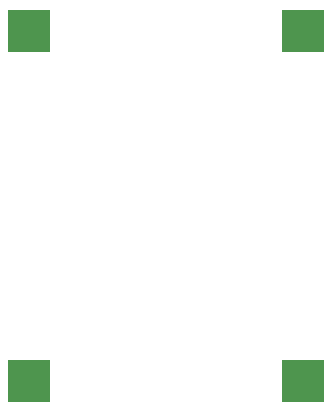
<source format=gbp>
G04 Layer_Color=128*
%FSLAX25Y25*%
%MOIN*%
G70*
G01*
G75*
%ADD37R,0.14173X0.14173*%
D37*
X163779Y133071D02*
D03*
Y16535D02*
D03*
X72441Y133071D02*
D03*
Y16535D02*
D03*
M02*

</source>
